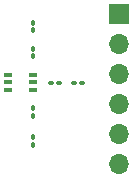
<source format=gbr>
%TF.GenerationSoftware,KiCad,Pcbnew,7.0.5-0*%
%TF.CreationDate,2024-06-02T14:54:17-07:00*%
%TF.ProjectId,4259_63,34323539-5f36-4332-9e6b-696361645f70,rev?*%
%TF.SameCoordinates,Original*%
%TF.FileFunction,Soldermask,Top*%
%TF.FilePolarity,Negative*%
%FSLAX46Y46*%
G04 Gerber Fmt 4.6, Leading zero omitted, Abs format (unit mm)*
G04 Created by KiCad (PCBNEW 7.0.5-0) date 2024-06-02 14:54:17*
%MOMM*%
%LPD*%
G01*
G04 APERTURE LIST*
G04 Aperture macros list*
%AMRoundRect*
0 Rectangle with rounded corners*
0 $1 Rounding radius*
0 $2 $3 $4 $5 $6 $7 $8 $9 X,Y pos of 4 corners*
0 Add a 4 corners polygon primitive as box body*
4,1,4,$2,$3,$4,$5,$6,$7,$8,$9,$2,$3,0*
0 Add four circle primitives for the rounded corners*
1,1,$1+$1,$2,$3*
1,1,$1+$1,$4,$5*
1,1,$1+$1,$6,$7*
1,1,$1+$1,$8,$9*
0 Add four rect primitives between the rounded corners*
20,1,$1+$1,$2,$3,$4,$5,0*
20,1,$1+$1,$4,$5,$6,$7,0*
20,1,$1+$1,$6,$7,$8,$9,0*
20,1,$1+$1,$8,$9,$2,$3,0*%
G04 Aperture macros list end*
%ADD10RoundRect,0.100000X0.100000X-0.130000X0.100000X0.130000X-0.100000X0.130000X-0.100000X-0.130000X0*%
%ADD11RoundRect,0.100000X-0.100000X0.130000X-0.100000X-0.130000X0.100000X-0.130000X0.100000X0.130000X0*%
%ADD12RoundRect,0.100000X-0.130000X-0.100000X0.130000X-0.100000X0.130000X0.100000X-0.130000X0.100000X0*%
%ADD13R,0.787400X0.355600*%
%ADD14R,1.700000X1.700000*%
%ADD15O,1.700000X1.700000*%
G04 APERTURE END LIST*
D10*
%TO.C,REF\u002A\u002A*%
X130300000Y-71620000D03*
X130300000Y-70980000D03*
%TD*%
D11*
%TO.C,REF\u002A\u002A*%
X130300000Y-78180000D03*
X130300000Y-78820000D03*
%TD*%
D10*
%TO.C,REF\u002A\u002A*%
X130300000Y-73820000D03*
X130300000Y-73180000D03*
%TD*%
D12*
%TO.C,REF\u002A\u002A*%
X133800215Y-76079182D03*
X134440215Y-76079182D03*
%TD*%
%TO.C,REF\u002A\u002A*%
X131831837Y-76090560D03*
X132471837Y-76090560D03*
%TD*%
D13*
%TO.C,REF\u002A\u002A*%
X128160915Y-75360916D03*
X128160915Y-76010915D03*
X128160915Y-76660914D03*
X130294515Y-76660914D03*
X130294515Y-76010915D03*
X130294515Y-75360916D03*
%TD*%
D11*
%TO.C,REF\u002A\u002A*%
X130300000Y-80680000D03*
X130300000Y-81320000D03*
%TD*%
D14*
%TO.C,REF\u002A\u002A*%
X137600000Y-70200000D03*
D15*
X137600000Y-72740000D03*
X137600000Y-75280000D03*
X137600000Y-77820000D03*
X137600000Y-80360000D03*
X137600000Y-82900000D03*
%TD*%
M02*

</source>
